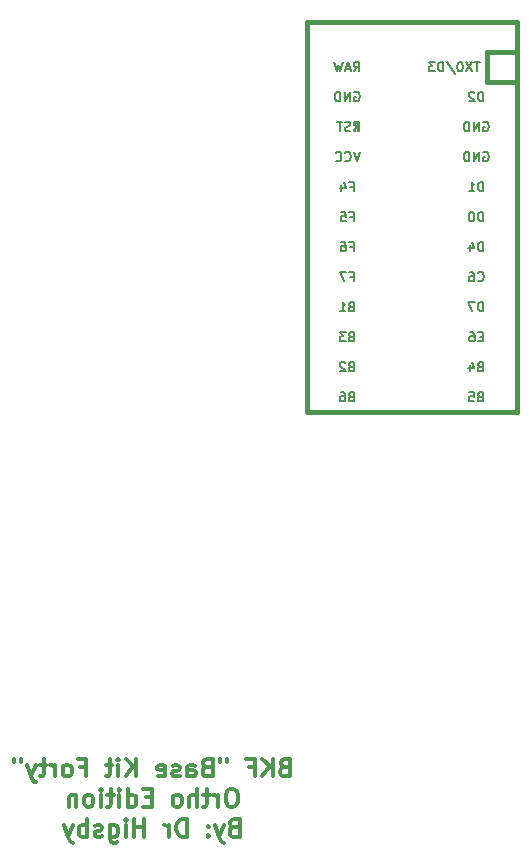
<source format=gbr>
G04 #@! TF.GenerationSoftware,KiCad,Pcbnew,(5.1.4)-1*
G04 #@! TF.CreationDate,2021-01-05T14:29:53-08:00*
G04 #@! TF.ProjectId,The-BKF-Ortho,5468652d-424b-4462-9d4f-7274686f2e6b,rev?*
G04 #@! TF.SameCoordinates,Original*
G04 #@! TF.FileFunction,Legend,Bot*
G04 #@! TF.FilePolarity,Positive*
%FSLAX46Y46*%
G04 Gerber Fmt 4.6, Leading zero omitted, Abs format (unit mm)*
G04 Created by KiCad (PCBNEW (5.1.4)-1) date 2021-01-05 14:29:53*
%MOMM*%
%LPD*%
G04 APERTURE LIST*
%ADD10C,0.300000*%
%ADD11C,0.381000*%
%ADD12C,0.150000*%
G04 APERTURE END LIST*
D10*
X139235057Y-129829257D02*
X139020771Y-129900685D01*
X138949342Y-129972114D01*
X138877914Y-130114971D01*
X138877914Y-130329257D01*
X138949342Y-130472114D01*
X139020771Y-130543542D01*
X139163628Y-130614971D01*
X139735057Y-130614971D01*
X139735057Y-129114971D01*
X139235057Y-129114971D01*
X139092200Y-129186400D01*
X139020771Y-129257828D01*
X138949342Y-129400685D01*
X138949342Y-129543542D01*
X139020771Y-129686400D01*
X139092200Y-129757828D01*
X139235057Y-129829257D01*
X139735057Y-129829257D01*
X138235057Y-130614971D02*
X138235057Y-129114971D01*
X137377914Y-130614971D02*
X138020771Y-129757828D01*
X137377914Y-129114971D02*
X138235057Y-129972114D01*
X136235057Y-129829257D02*
X136735057Y-129829257D01*
X136735057Y-130614971D02*
X136735057Y-129114971D01*
X136020771Y-129114971D01*
X134377914Y-129114971D02*
X134377914Y-129400685D01*
X133806485Y-129114971D02*
X133806485Y-129400685D01*
X132663628Y-129829257D02*
X132449342Y-129900685D01*
X132377914Y-129972114D01*
X132306485Y-130114971D01*
X132306485Y-130329257D01*
X132377914Y-130472114D01*
X132449342Y-130543542D01*
X132592200Y-130614971D01*
X133163628Y-130614971D01*
X133163628Y-129114971D01*
X132663628Y-129114971D01*
X132520771Y-129186400D01*
X132449342Y-129257828D01*
X132377914Y-129400685D01*
X132377914Y-129543542D01*
X132449342Y-129686400D01*
X132520771Y-129757828D01*
X132663628Y-129829257D01*
X133163628Y-129829257D01*
X131020771Y-130614971D02*
X131020771Y-129829257D01*
X131092200Y-129686400D01*
X131235057Y-129614971D01*
X131520771Y-129614971D01*
X131663628Y-129686400D01*
X131020771Y-130543542D02*
X131163628Y-130614971D01*
X131520771Y-130614971D01*
X131663628Y-130543542D01*
X131735057Y-130400685D01*
X131735057Y-130257828D01*
X131663628Y-130114971D01*
X131520771Y-130043542D01*
X131163628Y-130043542D01*
X131020771Y-129972114D01*
X130377914Y-130543542D02*
X130235057Y-130614971D01*
X129949342Y-130614971D01*
X129806485Y-130543542D01*
X129735057Y-130400685D01*
X129735057Y-130329257D01*
X129806485Y-130186400D01*
X129949342Y-130114971D01*
X130163628Y-130114971D01*
X130306485Y-130043542D01*
X130377914Y-129900685D01*
X130377914Y-129829257D01*
X130306485Y-129686400D01*
X130163628Y-129614971D01*
X129949342Y-129614971D01*
X129806485Y-129686400D01*
X128520771Y-130543542D02*
X128663628Y-130614971D01*
X128949342Y-130614971D01*
X129092200Y-130543542D01*
X129163628Y-130400685D01*
X129163628Y-129829257D01*
X129092200Y-129686400D01*
X128949342Y-129614971D01*
X128663628Y-129614971D01*
X128520771Y-129686400D01*
X128449342Y-129829257D01*
X128449342Y-129972114D01*
X129163628Y-130114971D01*
X126663628Y-130614971D02*
X126663628Y-129114971D01*
X125806485Y-130614971D02*
X126449342Y-129757828D01*
X125806485Y-129114971D02*
X126663628Y-129972114D01*
X125163628Y-130614971D02*
X125163628Y-129614971D01*
X125163628Y-129114971D02*
X125235057Y-129186400D01*
X125163628Y-129257828D01*
X125092200Y-129186400D01*
X125163628Y-129114971D01*
X125163628Y-129257828D01*
X124663628Y-129614971D02*
X124092200Y-129614971D01*
X124449342Y-129114971D02*
X124449342Y-130400685D01*
X124377914Y-130543542D01*
X124235057Y-130614971D01*
X124092200Y-130614971D01*
X121949342Y-129829257D02*
X122449342Y-129829257D01*
X122449342Y-130614971D02*
X122449342Y-129114971D01*
X121735057Y-129114971D01*
X120949342Y-130614971D02*
X121092200Y-130543542D01*
X121163628Y-130472114D01*
X121235057Y-130329257D01*
X121235057Y-129900685D01*
X121163628Y-129757828D01*
X121092200Y-129686400D01*
X120949342Y-129614971D01*
X120735057Y-129614971D01*
X120592200Y-129686400D01*
X120520771Y-129757828D01*
X120449342Y-129900685D01*
X120449342Y-130329257D01*
X120520771Y-130472114D01*
X120592200Y-130543542D01*
X120735057Y-130614971D01*
X120949342Y-130614971D01*
X119806485Y-130614971D02*
X119806485Y-129614971D01*
X119806485Y-129900685D02*
X119735057Y-129757828D01*
X119663628Y-129686400D01*
X119520771Y-129614971D01*
X119377914Y-129614971D01*
X119092200Y-129614971D02*
X118520771Y-129614971D01*
X118877914Y-129114971D02*
X118877914Y-130400685D01*
X118806485Y-130543542D01*
X118663628Y-130614971D01*
X118520771Y-130614971D01*
X118163628Y-129614971D02*
X117806485Y-130614971D01*
X117449342Y-129614971D02*
X117806485Y-130614971D01*
X117949342Y-130972114D01*
X118020771Y-131043542D01*
X118163628Y-131114971D01*
X116949342Y-129114971D02*
X116949342Y-129400685D01*
X116377914Y-129114971D02*
X116377914Y-129400685D01*
X134913628Y-131664971D02*
X134627914Y-131664971D01*
X134485057Y-131736400D01*
X134342200Y-131879257D01*
X134270771Y-132164971D01*
X134270771Y-132664971D01*
X134342200Y-132950685D01*
X134485057Y-133093542D01*
X134627914Y-133164971D01*
X134913628Y-133164971D01*
X135056485Y-133093542D01*
X135199342Y-132950685D01*
X135270771Y-132664971D01*
X135270771Y-132164971D01*
X135199342Y-131879257D01*
X135056485Y-131736400D01*
X134913628Y-131664971D01*
X133627914Y-133164971D02*
X133627914Y-132164971D01*
X133627914Y-132450685D02*
X133556485Y-132307828D01*
X133485057Y-132236400D01*
X133342200Y-132164971D01*
X133199342Y-132164971D01*
X132913628Y-132164971D02*
X132342200Y-132164971D01*
X132699342Y-131664971D02*
X132699342Y-132950685D01*
X132627914Y-133093542D01*
X132485057Y-133164971D01*
X132342200Y-133164971D01*
X131842200Y-133164971D02*
X131842200Y-131664971D01*
X131199342Y-133164971D02*
X131199342Y-132379257D01*
X131270771Y-132236400D01*
X131413628Y-132164971D01*
X131627914Y-132164971D01*
X131770771Y-132236400D01*
X131842200Y-132307828D01*
X130270771Y-133164971D02*
X130413628Y-133093542D01*
X130485057Y-133022114D01*
X130556485Y-132879257D01*
X130556485Y-132450685D01*
X130485057Y-132307828D01*
X130413628Y-132236400D01*
X130270771Y-132164971D01*
X130056485Y-132164971D01*
X129913628Y-132236400D01*
X129842200Y-132307828D01*
X129770771Y-132450685D01*
X129770771Y-132879257D01*
X129842200Y-133022114D01*
X129913628Y-133093542D01*
X130056485Y-133164971D01*
X130270771Y-133164971D01*
X127985057Y-132379257D02*
X127485057Y-132379257D01*
X127270771Y-133164971D02*
X127985057Y-133164971D01*
X127985057Y-131664971D01*
X127270771Y-131664971D01*
X125985057Y-133164971D02*
X125985057Y-131664971D01*
X125985057Y-133093542D02*
X126127914Y-133164971D01*
X126413628Y-133164971D01*
X126556485Y-133093542D01*
X126627914Y-133022114D01*
X126699342Y-132879257D01*
X126699342Y-132450685D01*
X126627914Y-132307828D01*
X126556485Y-132236400D01*
X126413628Y-132164971D01*
X126127914Y-132164971D01*
X125985057Y-132236400D01*
X125270771Y-133164971D02*
X125270771Y-132164971D01*
X125270771Y-131664971D02*
X125342200Y-131736400D01*
X125270771Y-131807828D01*
X125199342Y-131736400D01*
X125270771Y-131664971D01*
X125270771Y-131807828D01*
X124770771Y-132164971D02*
X124199342Y-132164971D01*
X124556485Y-131664971D02*
X124556485Y-132950685D01*
X124485057Y-133093542D01*
X124342200Y-133164971D01*
X124199342Y-133164971D01*
X123699342Y-133164971D02*
X123699342Y-132164971D01*
X123699342Y-131664971D02*
X123770771Y-131736400D01*
X123699342Y-131807828D01*
X123627914Y-131736400D01*
X123699342Y-131664971D01*
X123699342Y-131807828D01*
X122770771Y-133164971D02*
X122913628Y-133093542D01*
X122985057Y-133022114D01*
X123056485Y-132879257D01*
X123056485Y-132450685D01*
X122985057Y-132307828D01*
X122913628Y-132236400D01*
X122770771Y-132164971D01*
X122556485Y-132164971D01*
X122413628Y-132236400D01*
X122342200Y-132307828D01*
X122270771Y-132450685D01*
X122270771Y-132879257D01*
X122342200Y-133022114D01*
X122413628Y-133093542D01*
X122556485Y-133164971D01*
X122770771Y-133164971D01*
X121627914Y-132164971D02*
X121627914Y-133164971D01*
X121627914Y-132307828D02*
X121556485Y-132236400D01*
X121413628Y-132164971D01*
X121199342Y-132164971D01*
X121056485Y-132236400D01*
X120985057Y-132379257D01*
X120985057Y-133164971D01*
X134949342Y-134929257D02*
X134735057Y-135000685D01*
X134663628Y-135072114D01*
X134592200Y-135214971D01*
X134592200Y-135429257D01*
X134663628Y-135572114D01*
X134735057Y-135643542D01*
X134877914Y-135714971D01*
X135449342Y-135714971D01*
X135449342Y-134214971D01*
X134949342Y-134214971D01*
X134806485Y-134286400D01*
X134735057Y-134357828D01*
X134663628Y-134500685D01*
X134663628Y-134643542D01*
X134735057Y-134786400D01*
X134806485Y-134857828D01*
X134949342Y-134929257D01*
X135449342Y-134929257D01*
X134092200Y-134714971D02*
X133735057Y-135714971D01*
X133377914Y-134714971D02*
X133735057Y-135714971D01*
X133877914Y-136072114D01*
X133949342Y-136143542D01*
X134092200Y-136214971D01*
X132806485Y-135572114D02*
X132735057Y-135643542D01*
X132806485Y-135714971D01*
X132877914Y-135643542D01*
X132806485Y-135572114D01*
X132806485Y-135714971D01*
X132806485Y-134786400D02*
X132735057Y-134857828D01*
X132806485Y-134929257D01*
X132877914Y-134857828D01*
X132806485Y-134786400D01*
X132806485Y-134929257D01*
X130949342Y-135714971D02*
X130949342Y-134214971D01*
X130592200Y-134214971D01*
X130377914Y-134286400D01*
X130235057Y-134429257D01*
X130163628Y-134572114D01*
X130092200Y-134857828D01*
X130092200Y-135072114D01*
X130163628Y-135357828D01*
X130235057Y-135500685D01*
X130377914Y-135643542D01*
X130592200Y-135714971D01*
X130949342Y-135714971D01*
X129449342Y-135714971D02*
X129449342Y-134714971D01*
X129449342Y-135000685D02*
X129377914Y-134857828D01*
X129306485Y-134786400D01*
X129163628Y-134714971D01*
X129020771Y-134714971D01*
X127377914Y-135714971D02*
X127377914Y-134214971D01*
X127377914Y-134929257D02*
X126520771Y-134929257D01*
X126520771Y-135714971D02*
X126520771Y-134214971D01*
X125806485Y-135714971D02*
X125806485Y-134714971D01*
X125806485Y-134214971D02*
X125877914Y-134286400D01*
X125806485Y-134357828D01*
X125735057Y-134286400D01*
X125806485Y-134214971D01*
X125806485Y-134357828D01*
X124449342Y-134714971D02*
X124449342Y-135929257D01*
X124520771Y-136072114D01*
X124592200Y-136143542D01*
X124735057Y-136214971D01*
X124949342Y-136214971D01*
X125092200Y-136143542D01*
X124449342Y-135643542D02*
X124592200Y-135714971D01*
X124877914Y-135714971D01*
X125020771Y-135643542D01*
X125092200Y-135572114D01*
X125163628Y-135429257D01*
X125163628Y-135000685D01*
X125092200Y-134857828D01*
X125020771Y-134786400D01*
X124877914Y-134714971D01*
X124592200Y-134714971D01*
X124449342Y-134786400D01*
X123806485Y-135643542D02*
X123663628Y-135714971D01*
X123377914Y-135714971D01*
X123235057Y-135643542D01*
X123163628Y-135500685D01*
X123163628Y-135429257D01*
X123235057Y-135286400D01*
X123377914Y-135214971D01*
X123592200Y-135214971D01*
X123735057Y-135143542D01*
X123806485Y-135000685D01*
X123806485Y-134929257D01*
X123735057Y-134786400D01*
X123592200Y-134714971D01*
X123377914Y-134714971D01*
X123235057Y-134786400D01*
X122520771Y-135714971D02*
X122520771Y-134214971D01*
X122520771Y-134786400D02*
X122377914Y-134714971D01*
X122092200Y-134714971D01*
X121949342Y-134786400D01*
X121877914Y-134857828D01*
X121806485Y-135000685D01*
X121806485Y-135429257D01*
X121877914Y-135572114D01*
X121949342Y-135643542D01*
X122092200Y-135714971D01*
X122377914Y-135714971D01*
X122520771Y-135643542D01*
X121306485Y-134714971D02*
X120949342Y-135714971D01*
X120592200Y-134714971D02*
X120949342Y-135714971D01*
X121092200Y-136072114D01*
X121163628Y-136143542D01*
X121306485Y-136214971D01*
D11*
X156368750Y-69294375D02*
X158908750Y-69294375D01*
X158908750Y-66754375D02*
X158908750Y-69294375D01*
X141128750Y-66754375D02*
X158908750Y-66754375D01*
X141128750Y-69294375D02*
X141128750Y-66754375D01*
D12*
G36*
X145087182Y-75773735D02*
G01*
X145087182Y-75973735D01*
X145187182Y-75973735D01*
X145187182Y-75773735D01*
X145087182Y-75773735D01*
G37*
X145087182Y-75773735D02*
X145087182Y-75973735D01*
X145187182Y-75973735D01*
X145187182Y-75773735D01*
X145087182Y-75773735D01*
G36*
X145487182Y-75173735D02*
G01*
X145487182Y-75973735D01*
X145587182Y-75973735D01*
X145587182Y-75173735D01*
X145487182Y-75173735D01*
G37*
X145487182Y-75173735D02*
X145487182Y-75973735D01*
X145587182Y-75973735D01*
X145587182Y-75173735D01*
X145487182Y-75173735D01*
G36*
X145087182Y-75173735D02*
G01*
X145087182Y-75273735D01*
X145587182Y-75273735D01*
X145587182Y-75173735D01*
X145087182Y-75173735D01*
G37*
X145087182Y-75173735D02*
X145087182Y-75273735D01*
X145587182Y-75273735D01*
X145587182Y-75173735D01*
X145087182Y-75173735D01*
G36*
X145287182Y-75573735D02*
G01*
X145287182Y-75673735D01*
X145387182Y-75673735D01*
X145387182Y-75573735D01*
X145287182Y-75573735D01*
G37*
X145287182Y-75573735D02*
X145287182Y-75673735D01*
X145387182Y-75673735D01*
X145387182Y-75573735D01*
X145287182Y-75573735D01*
G36*
X145087182Y-75173735D02*
G01*
X145087182Y-75473735D01*
X145187182Y-75473735D01*
X145187182Y-75173735D01*
X145087182Y-75173735D01*
G37*
X145087182Y-75173735D02*
X145087182Y-75473735D01*
X145187182Y-75473735D01*
X145187182Y-75173735D01*
X145087182Y-75173735D01*
D11*
X156368750Y-71834375D02*
X158908750Y-71834375D01*
X156368750Y-69294375D02*
X156368750Y-71834375D01*
X141128750Y-99774375D02*
X141128750Y-69294375D01*
X158908750Y-99774375D02*
X141128750Y-99774375D01*
X158908750Y-69294375D02*
X158908750Y-99774375D01*
D12*
X155781098Y-70126279D02*
X155323955Y-70126279D01*
X155552526Y-70926279D02*
X155552526Y-70126279D01*
X155133479Y-70126279D02*
X154600145Y-70926279D01*
X154600145Y-70126279D02*
X155133479Y-70926279D01*
X154143002Y-70126279D02*
X154066812Y-70126279D01*
X153990622Y-70164375D01*
X153952526Y-70202470D01*
X153914431Y-70278660D01*
X153876336Y-70431041D01*
X153876336Y-70621517D01*
X153914431Y-70773898D01*
X153952526Y-70850089D01*
X153990622Y-70888184D01*
X154066812Y-70926279D01*
X154143002Y-70926279D01*
X154219193Y-70888184D01*
X154257288Y-70850089D01*
X154295383Y-70773898D01*
X154333479Y-70621517D01*
X154333479Y-70431041D01*
X154295383Y-70278660D01*
X154257288Y-70202470D01*
X154219193Y-70164375D01*
X154143002Y-70126279D01*
X152962050Y-70088184D02*
X153647764Y-71116755D01*
X152695383Y-70926279D02*
X152695383Y-70126279D01*
X152504907Y-70126279D01*
X152390622Y-70164375D01*
X152314431Y-70240565D01*
X152276336Y-70316755D01*
X152238241Y-70469136D01*
X152238241Y-70583422D01*
X152276336Y-70735803D01*
X152314431Y-70811994D01*
X152390622Y-70888184D01*
X152504907Y-70926279D01*
X152695383Y-70926279D01*
X151971574Y-70126279D02*
X151476336Y-70126279D01*
X151743002Y-70431041D01*
X151628717Y-70431041D01*
X151552526Y-70469136D01*
X151514431Y-70507232D01*
X151476336Y-70583422D01*
X151476336Y-70773898D01*
X151514431Y-70850089D01*
X151552526Y-70888184D01*
X151628717Y-70926279D01*
X151857288Y-70926279D01*
X151933479Y-70888184D01*
X151971574Y-70850089D01*
X156070226Y-73466279D02*
X156070226Y-72666279D01*
X155879750Y-72666279D01*
X155765464Y-72704375D01*
X155689273Y-72780565D01*
X155651178Y-72856755D01*
X155613083Y-73009136D01*
X155613083Y-73123422D01*
X155651178Y-73275803D01*
X155689273Y-73351994D01*
X155765464Y-73428184D01*
X155879750Y-73466279D01*
X156070226Y-73466279D01*
X155308321Y-72742470D02*
X155270226Y-72704375D01*
X155194035Y-72666279D01*
X155003559Y-72666279D01*
X154927369Y-72704375D01*
X154889273Y-72742470D01*
X154851178Y-72818660D01*
X154851178Y-72894851D01*
X154889273Y-73009136D01*
X155346416Y-73466279D01*
X154851178Y-73466279D01*
X156070226Y-83626279D02*
X156070226Y-82826279D01*
X155879750Y-82826279D01*
X155765464Y-82864375D01*
X155689273Y-82940565D01*
X155651178Y-83016755D01*
X155613083Y-83169136D01*
X155613083Y-83283422D01*
X155651178Y-83435803D01*
X155689273Y-83511994D01*
X155765464Y-83588184D01*
X155879750Y-83626279D01*
X156070226Y-83626279D01*
X155117845Y-82826279D02*
X155041654Y-82826279D01*
X154965464Y-82864375D01*
X154927369Y-82902470D01*
X154889273Y-82978660D01*
X154851178Y-83131041D01*
X154851178Y-83321517D01*
X154889273Y-83473898D01*
X154927369Y-83550089D01*
X154965464Y-83588184D01*
X155041654Y-83626279D01*
X155117845Y-83626279D01*
X155194035Y-83588184D01*
X155232130Y-83550089D01*
X155270226Y-83473898D01*
X155308321Y-83321517D01*
X155308321Y-83131041D01*
X155270226Y-82978660D01*
X155232130Y-82902470D01*
X155194035Y-82864375D01*
X155117845Y-82826279D01*
X156070226Y-81086279D02*
X156070226Y-80286279D01*
X155879750Y-80286279D01*
X155765464Y-80324375D01*
X155689273Y-80400565D01*
X155651178Y-80476755D01*
X155613083Y-80629136D01*
X155613083Y-80743422D01*
X155651178Y-80895803D01*
X155689273Y-80971994D01*
X155765464Y-81048184D01*
X155879750Y-81086279D01*
X156070226Y-81086279D01*
X154851178Y-81086279D02*
X155308321Y-81086279D01*
X155079750Y-81086279D02*
X155079750Y-80286279D01*
X155155940Y-80400565D01*
X155232130Y-80476755D01*
X155308321Y-80514851D01*
X156089273Y-77784375D02*
X156165464Y-77746279D01*
X156279750Y-77746279D01*
X156394035Y-77784375D01*
X156470226Y-77860565D01*
X156508321Y-77936755D01*
X156546416Y-78089136D01*
X156546416Y-78203422D01*
X156508321Y-78355803D01*
X156470226Y-78431994D01*
X156394035Y-78508184D01*
X156279750Y-78546279D01*
X156203559Y-78546279D01*
X156089273Y-78508184D01*
X156051178Y-78470089D01*
X156051178Y-78203422D01*
X156203559Y-78203422D01*
X155708321Y-78546279D02*
X155708321Y-77746279D01*
X155251178Y-78546279D01*
X155251178Y-77746279D01*
X154870226Y-78546279D02*
X154870226Y-77746279D01*
X154679750Y-77746279D01*
X154565464Y-77784375D01*
X154489273Y-77860565D01*
X154451178Y-77936755D01*
X154413083Y-78089136D01*
X154413083Y-78203422D01*
X154451178Y-78355803D01*
X154489273Y-78431994D01*
X154565464Y-78508184D01*
X154679750Y-78546279D01*
X154870226Y-78546279D01*
X156089273Y-75244375D02*
X156165464Y-75206279D01*
X156279750Y-75206279D01*
X156394035Y-75244375D01*
X156470226Y-75320565D01*
X156508321Y-75396755D01*
X156546416Y-75549136D01*
X156546416Y-75663422D01*
X156508321Y-75815803D01*
X156470226Y-75891994D01*
X156394035Y-75968184D01*
X156279750Y-76006279D01*
X156203559Y-76006279D01*
X156089273Y-75968184D01*
X156051178Y-75930089D01*
X156051178Y-75663422D01*
X156203559Y-75663422D01*
X155708321Y-76006279D02*
X155708321Y-75206279D01*
X155251178Y-76006279D01*
X155251178Y-75206279D01*
X154870226Y-76006279D02*
X154870226Y-75206279D01*
X154679750Y-75206279D01*
X154565464Y-75244375D01*
X154489273Y-75320565D01*
X154451178Y-75396755D01*
X154413083Y-75549136D01*
X154413083Y-75663422D01*
X154451178Y-75815803D01*
X154489273Y-75891994D01*
X154565464Y-75968184D01*
X154679750Y-76006279D01*
X154870226Y-76006279D01*
X156070226Y-86166279D02*
X156070226Y-85366279D01*
X155879750Y-85366279D01*
X155765464Y-85404375D01*
X155689273Y-85480565D01*
X155651178Y-85556755D01*
X155613083Y-85709136D01*
X155613083Y-85823422D01*
X155651178Y-85975803D01*
X155689273Y-86051994D01*
X155765464Y-86128184D01*
X155879750Y-86166279D01*
X156070226Y-86166279D01*
X154927369Y-85632946D02*
X154927369Y-86166279D01*
X155117845Y-85328184D02*
X155308321Y-85899613D01*
X154813083Y-85899613D01*
X155613083Y-88630089D02*
X155651178Y-88668184D01*
X155765464Y-88706279D01*
X155841654Y-88706279D01*
X155955940Y-88668184D01*
X156032130Y-88591994D01*
X156070226Y-88515803D01*
X156108321Y-88363422D01*
X156108321Y-88249136D01*
X156070226Y-88096755D01*
X156032130Y-88020565D01*
X155955940Y-87944375D01*
X155841654Y-87906279D01*
X155765464Y-87906279D01*
X155651178Y-87944375D01*
X155613083Y-87982470D01*
X154927369Y-87906279D02*
X155079750Y-87906279D01*
X155155940Y-87944375D01*
X155194035Y-87982470D01*
X155270226Y-88096755D01*
X155308321Y-88249136D01*
X155308321Y-88553898D01*
X155270226Y-88630089D01*
X155232130Y-88668184D01*
X155155940Y-88706279D01*
X155003559Y-88706279D01*
X154927369Y-88668184D01*
X154889273Y-88630089D01*
X154851178Y-88553898D01*
X154851178Y-88363422D01*
X154889273Y-88287232D01*
X154927369Y-88249136D01*
X155003559Y-88211041D01*
X155155940Y-88211041D01*
X155232130Y-88249136D01*
X155270226Y-88287232D01*
X155308321Y-88363422D01*
X156070226Y-91246279D02*
X156070226Y-90446279D01*
X155879750Y-90446279D01*
X155765464Y-90484375D01*
X155689273Y-90560565D01*
X155651178Y-90636755D01*
X155613083Y-90789136D01*
X155613083Y-90903422D01*
X155651178Y-91055803D01*
X155689273Y-91131994D01*
X155765464Y-91208184D01*
X155879750Y-91246279D01*
X156070226Y-91246279D01*
X155346416Y-90446279D02*
X154813083Y-90446279D01*
X155155940Y-91246279D01*
X156032130Y-93367232D02*
X155765464Y-93367232D01*
X155651178Y-93786279D02*
X156032130Y-93786279D01*
X156032130Y-92986279D01*
X155651178Y-92986279D01*
X154965464Y-92986279D02*
X155117845Y-92986279D01*
X155194035Y-93024375D01*
X155232130Y-93062470D01*
X155308321Y-93176755D01*
X155346416Y-93329136D01*
X155346416Y-93633898D01*
X155308321Y-93710089D01*
X155270226Y-93748184D01*
X155194035Y-93786279D01*
X155041654Y-93786279D01*
X154965464Y-93748184D01*
X154927369Y-93710089D01*
X154889273Y-93633898D01*
X154889273Y-93443422D01*
X154927369Y-93367232D01*
X154965464Y-93329136D01*
X155041654Y-93291041D01*
X155194035Y-93291041D01*
X155270226Y-93329136D01*
X155308321Y-93367232D01*
X155346416Y-93443422D01*
X155803559Y-95907232D02*
X155689273Y-95945327D01*
X155651178Y-95983422D01*
X155613083Y-96059613D01*
X155613083Y-96173898D01*
X155651178Y-96250089D01*
X155689273Y-96288184D01*
X155765464Y-96326279D01*
X156070226Y-96326279D01*
X156070226Y-95526279D01*
X155803559Y-95526279D01*
X155727369Y-95564375D01*
X155689273Y-95602470D01*
X155651178Y-95678660D01*
X155651178Y-95754851D01*
X155689273Y-95831041D01*
X155727369Y-95869136D01*
X155803559Y-95907232D01*
X156070226Y-95907232D01*
X154927369Y-95792946D02*
X154927369Y-96326279D01*
X155117845Y-95488184D02*
X155308321Y-96059613D01*
X154813083Y-96059613D01*
X155803559Y-98447232D02*
X155689273Y-98485327D01*
X155651178Y-98523422D01*
X155613083Y-98599613D01*
X155613083Y-98713898D01*
X155651178Y-98790089D01*
X155689273Y-98828184D01*
X155765464Y-98866279D01*
X156070226Y-98866279D01*
X156070226Y-98066279D01*
X155803559Y-98066279D01*
X155727369Y-98104375D01*
X155689273Y-98142470D01*
X155651178Y-98218660D01*
X155651178Y-98294851D01*
X155689273Y-98371041D01*
X155727369Y-98409136D01*
X155803559Y-98447232D01*
X156070226Y-98447232D01*
X154889273Y-98066279D02*
X155270226Y-98066279D01*
X155308321Y-98447232D01*
X155270226Y-98409136D01*
X155194035Y-98371041D01*
X155003559Y-98371041D01*
X154927369Y-98409136D01*
X154889273Y-98447232D01*
X154851178Y-98523422D01*
X154851178Y-98713898D01*
X154889273Y-98790089D01*
X154927369Y-98828184D01*
X155003559Y-98866279D01*
X155194035Y-98866279D01*
X155270226Y-98828184D01*
X155308321Y-98790089D01*
X144881559Y-98447232D02*
X144767273Y-98485327D01*
X144729178Y-98523422D01*
X144691083Y-98599613D01*
X144691083Y-98713898D01*
X144729178Y-98790089D01*
X144767273Y-98828184D01*
X144843464Y-98866279D01*
X145148226Y-98866279D01*
X145148226Y-98066279D01*
X144881559Y-98066279D01*
X144805369Y-98104375D01*
X144767273Y-98142470D01*
X144729178Y-98218660D01*
X144729178Y-98294851D01*
X144767273Y-98371041D01*
X144805369Y-98409136D01*
X144881559Y-98447232D01*
X145148226Y-98447232D01*
X144005369Y-98066279D02*
X144157750Y-98066279D01*
X144233940Y-98104375D01*
X144272035Y-98142470D01*
X144348226Y-98256755D01*
X144386321Y-98409136D01*
X144386321Y-98713898D01*
X144348226Y-98790089D01*
X144310130Y-98828184D01*
X144233940Y-98866279D01*
X144081559Y-98866279D01*
X144005369Y-98828184D01*
X143967273Y-98790089D01*
X143929178Y-98713898D01*
X143929178Y-98523422D01*
X143967273Y-98447232D01*
X144005369Y-98409136D01*
X144081559Y-98371041D01*
X144233940Y-98371041D01*
X144310130Y-98409136D01*
X144348226Y-98447232D01*
X144386321Y-98523422D01*
X144881559Y-93367232D02*
X144767273Y-93405327D01*
X144729178Y-93443422D01*
X144691083Y-93519613D01*
X144691083Y-93633898D01*
X144729178Y-93710089D01*
X144767273Y-93748184D01*
X144843464Y-93786279D01*
X145148226Y-93786279D01*
X145148226Y-92986279D01*
X144881559Y-92986279D01*
X144805369Y-93024375D01*
X144767273Y-93062470D01*
X144729178Y-93138660D01*
X144729178Y-93214851D01*
X144767273Y-93291041D01*
X144805369Y-93329136D01*
X144881559Y-93367232D01*
X145148226Y-93367232D01*
X144424416Y-92986279D02*
X143929178Y-92986279D01*
X144195845Y-93291041D01*
X144081559Y-93291041D01*
X144005369Y-93329136D01*
X143967273Y-93367232D01*
X143929178Y-93443422D01*
X143929178Y-93633898D01*
X143967273Y-93710089D01*
X144005369Y-93748184D01*
X144081559Y-93786279D01*
X144310130Y-93786279D01*
X144386321Y-93748184D01*
X144424416Y-93710089D01*
X144881559Y-90827232D02*
X144767273Y-90865327D01*
X144729178Y-90903422D01*
X144691083Y-90979613D01*
X144691083Y-91093898D01*
X144729178Y-91170089D01*
X144767273Y-91208184D01*
X144843464Y-91246279D01*
X145148226Y-91246279D01*
X145148226Y-90446279D01*
X144881559Y-90446279D01*
X144805369Y-90484375D01*
X144767273Y-90522470D01*
X144729178Y-90598660D01*
X144729178Y-90674851D01*
X144767273Y-90751041D01*
X144805369Y-90789136D01*
X144881559Y-90827232D01*
X145148226Y-90827232D01*
X143929178Y-91246279D02*
X144386321Y-91246279D01*
X144157750Y-91246279D02*
X144157750Y-90446279D01*
X144233940Y-90560565D01*
X144310130Y-90636755D01*
X144386321Y-90674851D01*
X144824416Y-80667232D02*
X145091083Y-80667232D01*
X145091083Y-81086279D02*
X145091083Y-80286279D01*
X144710130Y-80286279D01*
X144062511Y-80552946D02*
X144062511Y-81086279D01*
X144252988Y-80248184D02*
X144443464Y-80819613D01*
X143948226Y-80819613D01*
X145624416Y-77746279D02*
X145357750Y-78546279D01*
X145091083Y-77746279D01*
X144367273Y-78470089D02*
X144405369Y-78508184D01*
X144519654Y-78546279D01*
X144595845Y-78546279D01*
X144710130Y-78508184D01*
X144786321Y-78431994D01*
X144824416Y-78355803D01*
X144862511Y-78203422D01*
X144862511Y-78089136D01*
X144824416Y-77936755D01*
X144786321Y-77860565D01*
X144710130Y-77784375D01*
X144595845Y-77746279D01*
X144519654Y-77746279D01*
X144405369Y-77784375D01*
X144367273Y-77822470D01*
X143567273Y-78470089D02*
X143605369Y-78508184D01*
X143719654Y-78546279D01*
X143795845Y-78546279D01*
X143910130Y-78508184D01*
X143986321Y-78431994D01*
X144024416Y-78355803D01*
X144062511Y-78203422D01*
X144062511Y-78089136D01*
X144024416Y-77936755D01*
X143986321Y-77860565D01*
X143910130Y-77784375D01*
X143795845Y-77746279D01*
X143719654Y-77746279D01*
X143605369Y-77784375D01*
X143567273Y-77822470D01*
X144818963Y-75938184D02*
X144704677Y-75976279D01*
X144514201Y-75976279D01*
X144438010Y-75938184D01*
X144399915Y-75900089D01*
X144361820Y-75823898D01*
X144361820Y-75747708D01*
X144399915Y-75671517D01*
X144438010Y-75633422D01*
X144514201Y-75595327D01*
X144666582Y-75557232D01*
X144742772Y-75519136D01*
X144780868Y-75481041D01*
X144818963Y-75404851D01*
X144818963Y-75328660D01*
X144780868Y-75252470D01*
X144742772Y-75214375D01*
X144666582Y-75176279D01*
X144476106Y-75176279D01*
X144361820Y-75214375D01*
X144133249Y-75176279D02*
X143676106Y-75176279D01*
X143904677Y-75976279D02*
X143904677Y-75176279D01*
X145167273Y-72704375D02*
X145243464Y-72666279D01*
X145357750Y-72666279D01*
X145472035Y-72704375D01*
X145548226Y-72780565D01*
X145586321Y-72856755D01*
X145624416Y-73009136D01*
X145624416Y-73123422D01*
X145586321Y-73275803D01*
X145548226Y-73351994D01*
X145472035Y-73428184D01*
X145357750Y-73466279D01*
X145281559Y-73466279D01*
X145167273Y-73428184D01*
X145129178Y-73390089D01*
X145129178Y-73123422D01*
X145281559Y-73123422D01*
X144786321Y-73466279D02*
X144786321Y-72666279D01*
X144329178Y-73466279D01*
X144329178Y-72666279D01*
X143948226Y-73466279D02*
X143948226Y-72666279D01*
X143757750Y-72666279D01*
X143643464Y-72704375D01*
X143567273Y-72780565D01*
X143529178Y-72856755D01*
X143491083Y-73009136D01*
X143491083Y-73123422D01*
X143529178Y-73275803D01*
X143567273Y-73351994D01*
X143643464Y-73428184D01*
X143757750Y-73466279D01*
X143948226Y-73466279D01*
X145110130Y-70926279D02*
X145376797Y-70545327D01*
X145567273Y-70926279D02*
X145567273Y-70126279D01*
X145262511Y-70126279D01*
X145186321Y-70164375D01*
X145148226Y-70202470D01*
X145110130Y-70278660D01*
X145110130Y-70392946D01*
X145148226Y-70469136D01*
X145186321Y-70507232D01*
X145262511Y-70545327D01*
X145567273Y-70545327D01*
X144805369Y-70697708D02*
X144424416Y-70697708D01*
X144881559Y-70926279D02*
X144614892Y-70126279D01*
X144348226Y-70926279D01*
X144157750Y-70126279D02*
X143967273Y-70926279D01*
X143814892Y-70354851D01*
X143662511Y-70926279D01*
X143472035Y-70126279D01*
X144824416Y-83207232D02*
X145091083Y-83207232D01*
X145091083Y-83626279D02*
X145091083Y-82826279D01*
X144710130Y-82826279D01*
X144024416Y-82826279D02*
X144405369Y-82826279D01*
X144443464Y-83207232D01*
X144405369Y-83169136D01*
X144329178Y-83131041D01*
X144138702Y-83131041D01*
X144062511Y-83169136D01*
X144024416Y-83207232D01*
X143986321Y-83283422D01*
X143986321Y-83473898D01*
X144024416Y-83550089D01*
X144062511Y-83588184D01*
X144138702Y-83626279D01*
X144329178Y-83626279D01*
X144405369Y-83588184D01*
X144443464Y-83550089D01*
X144824416Y-85747232D02*
X145091083Y-85747232D01*
X145091083Y-86166279D02*
X145091083Y-85366279D01*
X144710130Y-85366279D01*
X144062511Y-85366279D02*
X144214892Y-85366279D01*
X144291083Y-85404375D01*
X144329178Y-85442470D01*
X144405369Y-85556755D01*
X144443464Y-85709136D01*
X144443464Y-86013898D01*
X144405369Y-86090089D01*
X144367273Y-86128184D01*
X144291083Y-86166279D01*
X144138702Y-86166279D01*
X144062511Y-86128184D01*
X144024416Y-86090089D01*
X143986321Y-86013898D01*
X143986321Y-85823422D01*
X144024416Y-85747232D01*
X144062511Y-85709136D01*
X144138702Y-85671041D01*
X144291083Y-85671041D01*
X144367273Y-85709136D01*
X144405369Y-85747232D01*
X144443464Y-85823422D01*
X144824416Y-88287232D02*
X145091083Y-88287232D01*
X145091083Y-88706279D02*
X145091083Y-87906279D01*
X144710130Y-87906279D01*
X144481559Y-87906279D02*
X143948226Y-87906279D01*
X144291083Y-88706279D01*
X144881559Y-95907232D02*
X144767273Y-95945327D01*
X144729178Y-95983422D01*
X144691083Y-96059613D01*
X144691083Y-96173898D01*
X144729178Y-96250089D01*
X144767273Y-96288184D01*
X144843464Y-96326279D01*
X145148226Y-96326279D01*
X145148226Y-95526279D01*
X144881559Y-95526279D01*
X144805369Y-95564375D01*
X144767273Y-95602470D01*
X144729178Y-95678660D01*
X144729178Y-95754851D01*
X144767273Y-95831041D01*
X144805369Y-95869136D01*
X144881559Y-95907232D01*
X145148226Y-95907232D01*
X144386321Y-95602470D02*
X144348226Y-95564375D01*
X144272035Y-95526279D01*
X144081559Y-95526279D01*
X144005369Y-95564375D01*
X143967273Y-95602470D01*
X143929178Y-95678660D01*
X143929178Y-95754851D01*
X143967273Y-95869136D01*
X144424416Y-96326279D01*
X143929178Y-96326279D01*
M02*

</source>
